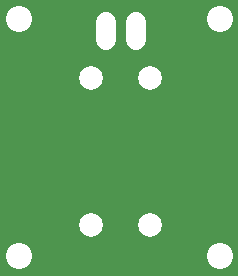
<source format=gbr>
G04 EAGLE Gerber RS-274X export*
G75*
%MOMM*%
%FSLAX34Y34*%
%LPD*%
%INSoldermask Top*%
%IPNEG*%
%AMOC8*
5,1,8,0,0,1.08239X$1,22.5*%
G01*
%ADD10C,2.203200*%
%ADD11C,2.003200*%
%ADD12C,1.727200*%


D10*
X20320Y220980D03*
X190500Y220980D03*
X190500Y20320D03*
X20320Y20320D03*
D11*
X131680Y171720D03*
X131680Y46720D03*
X81680Y46720D03*
X81680Y171720D03*
D12*
X93980Y203200D02*
X93980Y218440D01*
X119380Y218440D02*
X119380Y203200D01*
M02*

</source>
